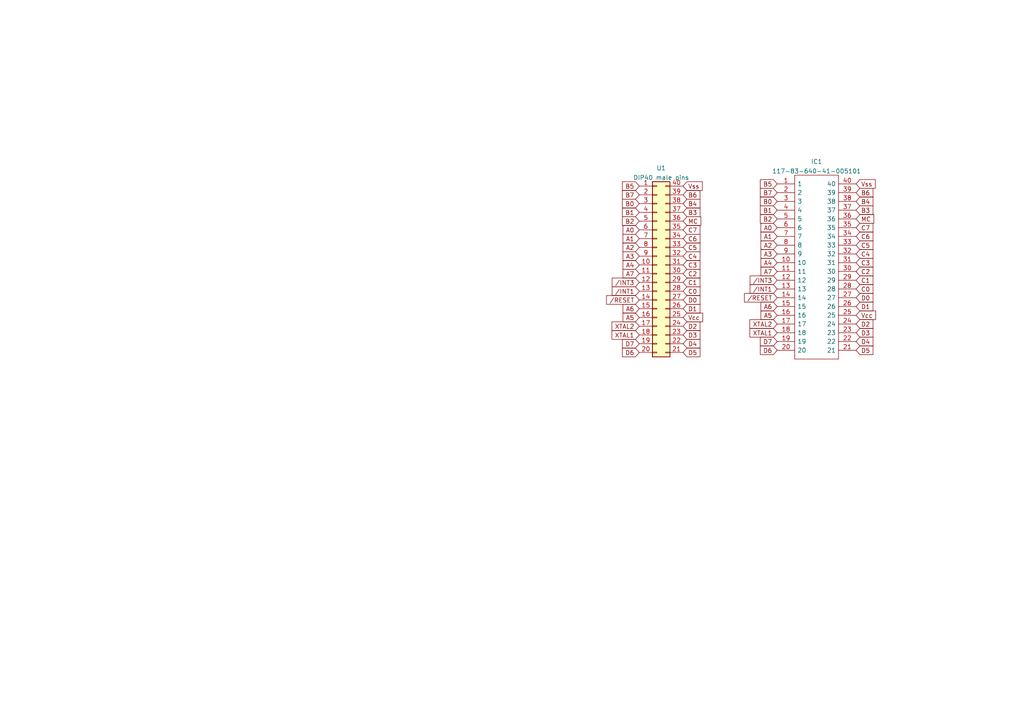
<source format=kicad_sch>
(kicad_sch (version 20211123) (generator eeschema)
  (paper "A4")
  (lib_symbols
    (symbol "Connector_Generic:Conn_02x20_Counter_Clockwise" (pin_names (offset 1.016) hide)
      (property "Reference" "J" (at 1.27 25.4 0))
      (property "Value" "Conn_02x20_Counter_Clockwise" (at 1.27 -27.94 0))
      (symbol "Conn_02x20_Counter_Clockwise_1_1"
        (rectangle (start -1.27 -25.273) (end 0 -25.527) (stroke (width 0.1524)))
        (rectangle (start -1.27 -22.733) (end 0 -22.987) (stroke (width 0.1524)))
        (rectangle (start -1.27 -20.193) (end 0 -20.447) (stroke (width 0.1524)))
        (rectangle (start -1.27 -17.653) (end 0 -17.907) (stroke (width 0.1524)))
        (rectangle (start -1.27 -15.113) (end 0 -15.367) (stroke (width 0.1524)))
        (rectangle (start -1.27 -12.573) (end 0 -12.827) (stroke (width 0.1524)))
        (rectangle (start -1.27 -10.033) (end 0 -10.287) (stroke (width 0.1524)))
        (rectangle (start -1.27 -7.493) (end 0 -7.747) (stroke (width 0.1524)))
        (rectangle (start -1.27 -4.953) (end 0 -5.207) (stroke (width 0.1524)))
        (rectangle (start -1.27 -2.413) (end 0 -2.667) (stroke (width 0.1524)))
        (rectangle (start -1.27 0.127) (end 0 -0.127) (stroke (width 0.1524)))
        (rectangle (start -1.27 2.667) (end 0 2.413) (stroke (width 0.1524)))
        (rectangle (start -1.27 5.207) (end 0 4.953) (stroke (width 0.1524)))
        (rectangle (start -1.27 7.747) (end 0 7.493) (stroke (width 0.1524)))
        (rectangle (start -1.27 10.287) (end 0 10.033) (stroke (width 0.1524)))
        (rectangle (start -1.27 12.827) (end 0 12.573) (stroke (width 0.1524)))
        (rectangle (start -1.27 15.367) (end 0 15.113) (stroke (width 0.1524)))
        (rectangle (start -1.27 17.907) (end 0 17.653) (stroke (width 0.1524)))
        (rectangle (start -1.27 20.447) (end 0 20.193) (stroke (width 0.1524)))
        (rectangle (start -1.27 22.987) (end 0 22.733) (stroke (width 0.1524)))
        (rectangle (start -1.27 24.13) (end 3.81 -26.67) (stroke (width 0.254)) (fill (type background)))
        (rectangle (start 3.81 -25.273) (end 2.54 -25.527) (stroke (width 0.1524)))
        (rectangle (start 3.81 -22.733) (end 2.54 -22.987) (stroke (width 0.1524)))
        (rectangle (start 3.81 -20.193) (end 2.54 -20.447) (stroke (width 0.1524)))
        (rectangle (start 3.81 -17.653) (end 2.54 -17.907) (stroke (width 0.1524)))
        (rectangle (start 3.81 -15.113) (end 2.54 -15.367) (stroke (width 0.1524)))
        (rectangle (start 3.81 -12.573) (end 2.54 -12.827) (stroke (width 0.1524)))
        (rectangle (start 3.81 -10.033) (end 2.54 -10.287) (stroke (width 0.1524)))
        (rectangle (start 3.81 -7.493) (end 2.54 -7.747) (stroke (width 0.1524)))
        (rectangle (start 3.81 -4.953) (end 2.54 -5.207) (stroke (width 0.1524)))
        (rectangle (start 3.81 -2.413) (end 2.54 -2.667) (stroke (width 0.1524)))
        (rectangle (start 3.81 0.127) (end 2.54 -0.127) (stroke (width 0.1524)))
        (rectangle (start 3.81 2.667) (end 2.54 2.413) (stroke (width 0.1524)))
        (rectangle (start 3.81 5.207) (end 2.54 4.953) (stroke (width 0.1524)))
        (rectangle (start 3.81 7.747) (end 2.54 7.493) (stroke (width 0.1524)))
        (rectangle (start 3.81 10.287) (end 2.54 10.033) (stroke (width 0.1524)))
        (rectangle (start 3.81 12.827) (end 2.54 12.573) (stroke (width 0.1524)))
        (rectangle (start 3.81 15.367) (end 2.54 15.113) (stroke (width 0.1524)))
        (rectangle (start 3.81 17.907) (end 2.54 17.653) (stroke (width 0.1524)))
        (rectangle (start 3.81 20.447) (end 2.54 20.193) (stroke (width 0.1524)))
        (rectangle (start 3.81 22.987) (end 2.54 22.733) (stroke (width 0.1524)))
        (pin passive line (at -5.08 22.86 0) (length 3.81) (name "Pin_1") (number "1"))
        (pin passive line (at -5.08 0 0) (length 3.81) (name "Pin_10") (number "10"))
        (pin passive line (at -5.08 -2.54 0) (length 3.81) (name "Pin_11") (number "11"))
        (pin passive line (at -5.08 -5.08 0) (length 3.81) (name "Pin_12") (number "12"))
        (pin passive line (at -5.08 -7.62 0) (length 3.81) (name "Pin_13") (number "13"))
        (pin passive line (at -5.08 -10.16 0) (length 3.81) (name "Pin_14") (number "14"))
        (pin passive line (at -5.08 -12.7 0) (length 3.81) (name "Pin_15") (number "15"))
        (pin passive line (at -5.08 -15.24 0) (length 3.81) (name "Pin_16") (number "16"))
        (pin passive line (at -5.08 -17.78 0) (length 3.81) (name "Pin_17") (number "17"))
        (pin passive line (at -5.08 -20.32 0) (length 3.81) (name "Pin_18") (number "18"))
        (pin passive line (at -5.08 -22.86 0) (length 3.81) (name "Pin_19") (number "19"))
        (pin passive line (at -5.08 20.32 0) (length 3.81) (name "Pin_2") (number "2"))
        (pin passive line (at -5.08 -25.4 0) (length 3.81) (name "Pin_20") (number "20"))
        (pin passive line (at 7.62 -25.4 180) (length 3.81) (name "Pin_21") (number "21"))
        (pin passive line (at 7.62 -22.86 180) (length 3.81) (name "Pin_22") (number "22"))
        (pin passive line (at 7.62 -20.32 180) (length 3.81) (name "Pin_23") (number "23"))
        (pin passive line (at 7.62 -17.78 180) (length 3.81) (name "Pin_24") (number "24"))
        (pin passive line (at 7.62 -15.24 180) (length 3.81) (name "Pin_25") (number "25"))
        (pin passive line (at 7.62 -12.7 180) (length 3.81) (name "Pin_26") (number "26"))
        (pin passive line (at 7.62 -10.16 180) (length 3.81) (name "Pin_27") (number "27"))
        (pin passive line (at 7.62 -7.62 180) (length 3.81) (name "Pin_28") (number "28"))
        (pin passive line (at 7.62 -5.08 180) (length 3.81) (name "Pin_29") (number "29"))
        (pin passive line (at -5.08 17.78 0) (length 3.81) (name "Pin_3") (number "3"))
        (pin passive line (at 7.62 -2.54 180) (length 3.81) (name "Pin_30") (number "30"))
        (pin passive line (at 7.62 0 180) (length 3.81) (name "Pin_31") (number "31"))
        (pin passive line (at 7.62 2.54 180) (length 3.81) (name "Pin_32") (number "32"))
        (pin passive line (at 7.62 5.08 180) (length 3.81) (name "Pin_33") (number "33"))
        (pin passive line (at 7.62 7.62 180) (length 3.81) (name "Pin_34") (number "34"))
        (pin passive line (at 7.62 10.16 180) (length 3.81) (name "Pin_35") (number "35"))
        (pin passive line (at 7.62 12.7 180) (length 3.81) (name "Pin_36") (number "36"))
        (pin passive line (at 7.62 15.24 180) (length 3.81) (name "Pin_37") (number "37"))
        (pin passive line (at 7.62 17.78 180) (length 3.81) (name "Pin_38") (number "38"))
        (pin passive line (at 7.62 20.32 180) (length 3.81) (name "Pin_39") (number "39"))
        (pin passive line (at -5.08 15.24 0) (length 3.81) (name "Pin_4") (number "4"))
        (pin passive line (at 7.62 22.86 180) (length 3.81) (name "Pin_40") (number "40"))
        (pin passive line (at -5.08 12.7 0) (length 3.81) (name "Pin_5") (number "5"))
        (pin passive line (at -5.08 10.16 0) (length 3.81) (name "Pin_6") (number "6"))
        (pin passive line (at -5.08 7.62 0) (length 3.81) (name "Pin_7") (number "7"))
        (pin passive line (at -5.08 5.08 0) (length 3.81) (name "Pin_8") (number "8"))
        (pin passive line (at -5.08 2.54 0) (length 3.81) (name "Pin_9") (number "9"))
      )
    )
    (symbol "Evan's misc parts:117-83-640-41-005101" (pin_names (offset 0.762))
      (property "Reference" "J" (at 19.05 7.62 0))
      (property "Value" "117-83-640-41-005101" (at 19.05 5.08 0))
      (symbol "117-83-640-41-005101_0_0"
        (pin passive line (at 0 0 0) (length 5.08) (name "1") (number "1"))
        (pin passive line (at 0 -22.86 0) (length 5.08) (name "10") (number "10"))
        (pin passive line (at 0 -25.4 0) (length 5.08) (name "11") (number "11"))
        (pin passive line (at 0 -27.94 0) (length 5.08) (name "12") (number "12"))
        (pin passive line (at 0 -30.48 0) (length 5.08) (name "13") (number "13"))
        (pin passive line (at 0 -33.02 0) (length 5.08) (name "14") (number "14"))
        (pin passive line (at 0 -35.56 0) (length 5.08) (name "15") (number "15"))
        (pin passive line (at 0 -38.1 0) (length 5.08) (name "16") (number "16"))
        (pin passive line (at 0 -40.64 0) (length 5.08) (name "17") (number "17"))
        (pin passive line (at 0 -43.18 0) (length 5.08) (name "18") (number "18"))
        (pin passive line (at 0 -45.72 0) (length 5.08) (name "19") (number "19"))
        (pin passive line (at 0 -2.54 0) (length 5.08) (name "2") (number "2"))
        (pin passive line (at 0 -48.26 0) (length 5.08) (name "20") (number "20"))
        (pin passive line (at 22.86 -48.26 180) (length 5.08) (name "21") (number "21"))
        (pin passive line (at 22.86 -45.72 180) (length 5.08) (name "22") (number "22"))
        (pin passive line (at 22.86 -43.18 180) (length 5.08) (name "23") (number "23"))
        (pin passive line (at 22.86 -40.64 180) (length 5.08) (name "24") (number "24"))
        (pin passive line (at 22.86 -38.1 180) (length 5.08) (name "25") (number "25"))
        (pin passive line (at 22.86 -35.56 180) (length 5.08) (name "26") (number "26"))
        (pin passive line (at 22.86 -33.02 180) (length 5.08) (name "27") (number "27"))
        (pin passive line (at 22.86 -30.48 180) (length 5.08) (name "28") (number "28"))
        (pin passive line (at 22.86 -27.94 180) (length 5.08) (name "29") (number "29"))
        (pin passive line (at 0 -5.08 0) (length 5.08) (name "3") (number "3"))
        (pin passive line (at 22.86 -25.4 180) (length 5.08) (name "30") (number "30"))
        (pin passive line (at 22.86 -22.86 180) (length 5.08) (name "31") (number "31"))
        (pin passive line (at 22.86 -20.32 180) (length 5.08) (name "32") (number "32"))
        (pin passive line (at 22.86 -17.78 180) (length 5.08) (name "33") (number "33"))
        (pin passive line (at 22.86 -15.24 180) (length 5.08) (name "34") (number "34"))
        (pin passive line (at 22.86 -12.7 180) (length 5.08) (name "35") (number "35"))
        (pin passive line (at 22.86 -10.16 180) (length 5.08) (name "36") (number "36"))
        (pin passive line (at 22.86 -7.62 180) (length 5.08) (name "37") (number "37"))
        (pin passive line (at 22.86 -5.08 180) (length 5.08) (name "38") (number "38"))
        (pin passive line (at 22.86 -2.54 180) (length 5.08) (name "39") (number "39"))
        (pin passive line (at 0 -7.62 0) (length 5.08) (name "4") (number "4"))
        (pin passive line (at 22.86 0 180) (length 5.08) (name "40") (number "40"))
        (pin passive line (at 0 -10.16 0) (length 5.08) (name "5") (number "5"))
        (pin passive line (at 0 -12.7 0) (length 5.08) (name "6") (number "6"))
        (pin passive line (at 0 -15.24 0) (length 5.08) (name "7") (number "7"))
        (pin passive line (at 0 -17.78 0) (length 5.08) (name "8") (number "8"))
        (pin passive line (at 0 -20.32 0) (length 5.08) (name "9") (number "9"))
      )
      (symbol "117-83-640-41-005101_0_1"
        (polyline (pts (xy 5.08 2.54) (xy 17.78 2.54) (xy 17.78 -50.8) (xy 5.08 -50.8) (xy 5.08 2.54)) (stroke (width 0.1524)))
      )
    )
  )
  (global_label "C3" (shape input) (at 248.285 76.2 0) (property "Intersheet References" "${INTERSHEET_REFS}" (effects hide)))
  (global_label "D3" (shape input) (at 198.12 97.155 0) (property "Intersheet References" "${INTERSHEET_REFS}" (effects hide)))
  (global_label "MC" (shape input) (at 248.285 63.5 0) (property "Intersheet References" "${INTERSHEET_REFS}" (effects hide)))
  (global_label "MC" (shape input) (at 198.12 64.135 0) (property "Intersheet References" "${INTERSHEET_REFS}" (effects hide)))
  (global_label "A6" (shape input) (at 185.42 89.535 180) (property "Intersheet References" "${INTERSHEET_REFS}" (effects hide)))
  (global_label "B5" (shape input) (at 185.42 53.975 180) (property "Intersheet References" "${INTERSHEET_REFS}" (effects hide)))
  (global_label "C5" (shape input) (at 248.285 71.12 0) (property "Intersheet References" "${INTERSHEET_REFS}" (effects hide)))
  (global_label "{slash}INT1" (shape input) (at 185.42 84.455 180) (property "Intersheet References" "${INTERSHEET_REFS}" (effects hide)))
  (global_label "D2" (shape input) (at 198.12 94.615 0) (property "Intersheet References" "${INTERSHEET_REFS}" (effects hide)))
  (global_label "D1" (shape input) (at 248.285 88.9 0) (property "Intersheet References" "${INTERSHEET_REFS}" (effects hide)))
  (global_label "D3" (shape input) (at 248.285 96.52 0) (property "Intersheet References" "${INTERSHEET_REFS}" (effects hide)))
  (global_label "C2" (shape input) (at 248.285 78.74 0) (property "Intersheet References" "${INTERSHEET_REFS}" (effects hide)))
  (global_label "{slash}RESET" (shape input) (at 225.425 86.36 180) (property "Intersheet References" "${INTERSHEET_REFS}" (effects hide)))
  (global_label "{slash}INT3" (shape input) (at 185.42 81.915 180) (property "Intersheet References" "${INTERSHEET_REFS}" (effects hide)))
  (global_label "XTAL2" (shape input) (at 185.42 94.615 180) (property "Intersheet References" "${INTERSHEET_REFS}" (effects hide)))
  (global_label "Vss" (shape input) (at 248.285 53.34 0) (property "Intersheet References" "${INTERSHEET_REFS}" (effects hide)))
  (global_label "B4" (shape input) (at 248.285 58.42 0) (property "Intersheet References" "${INTERSHEET_REFS}" (effects hide)))
  (global_label "C7" (shape input) (at 248.285 66.04 0) (property "Intersheet References" "${INTERSHEET_REFS}" (effects hide)))
  (global_label "XTAL1" (shape input) (at 185.42 97.155 180) (property "Intersheet References" "${INTERSHEET_REFS}" (effects hide)))
  (global_label "B5" (shape input) (at 225.425 53.34 180) (property "Intersheet References" "${INTERSHEET_REFS}" (effects hide)))
  (global_label "A0" (shape input) (at 185.42 66.675 180) (property "Intersheet References" "${INTERSHEET_REFS}" (effects hide)))
  (global_label "C1" (shape input) (at 198.12 81.915 0) (property "Intersheet References" "${INTERSHEET_REFS}" (effects hide)))
  (global_label "XTAL2" (shape input) (at 225.425 93.98 180) (property "Intersheet References" "${INTERSHEET_REFS}" (effects hide)))
  (global_label "C2" (shape input) (at 198.12 79.375 0) (property "Intersheet References" "${INTERSHEET_REFS}" (effects hide)))
  (global_label "B7" (shape input) (at 185.42 56.515 180) (property "Intersheet References" "${INTERSHEET_REFS}" (effects hide)))
  (global_label "D0" (shape input) (at 248.285 86.36 0) (property "Intersheet References" "${INTERSHEET_REFS}" (effects hide)))
  (global_label "B1" (shape input) (at 225.425 60.96 180) (property "Intersheet References" "${INTERSHEET_REFS}" (effects hide)))
  (global_label "Vss" (shape input) (at 198.12 53.975 0) (property "Intersheet References" "${INTERSHEET_REFS}" (effects hide)))
  (global_label "A4" (shape input) (at 225.425 76.2 180) (property "Intersheet References" "${INTERSHEET_REFS}" (effects hide)))
  (global_label "B2" (shape input) (at 225.425 63.5 180) (property "Intersheet References" "${INTERSHEET_REFS}" (effects hide)))
  (global_label "C1" (shape input) (at 248.285 81.28 0) (property "Intersheet References" "${INTERSHEET_REFS}" (effects hide)))
  (global_label "{slash}INT3" (shape input) (at 225.425 81.28 180) (property "Intersheet References" "${INTERSHEET_REFS}" (effects hide)))
  (global_label "D2" (shape input) (at 248.285 93.98 0) (property "Intersheet References" "${INTERSHEET_REFS}" (effects hide)))
  (global_label "D7" (shape input) (at 225.425 99.06 180) (property "Intersheet References" "${INTERSHEET_REFS}" (effects hide)))
  (global_label "D5" (shape input) (at 198.12 102.235 0) (property "Intersheet References" "${INTERSHEET_REFS}" (effects hide)))
  (global_label "D4" (shape input) (at 198.12 99.695 0) (property "Intersheet References" "${INTERSHEET_REFS}" (effects hide)))
  (global_label "C0" (shape input) (at 198.12 84.455 0) (property "Intersheet References" "${INTERSHEET_REFS}" (effects hide)))
  (global_label "B0" (shape input) (at 185.42 59.055 180) (property "Intersheet References" "${INTERSHEET_REFS}" (effects hide)))
  (global_label "A3" (shape input) (at 225.425 73.66 180) (property "Intersheet References" "${INTERSHEET_REFS}" (effects hide)))
  (global_label "D7" (shape input) (at 185.42 99.695 180) (property "Intersheet References" "${INTERSHEET_REFS}" (effects hide)))
  (global_label "C3" (shape input) (at 198.12 76.835 0) (property "Intersheet References" "${INTERSHEET_REFS}" (effects hide)))
  (global_label "Vcc" (shape input) (at 248.285 91.44 0) (property "Intersheet References" "${INTERSHEET_REFS}" (effects hide)))
  (global_label "{slash}INT1" (shape input) (at 225.425 83.82 180) (property "Intersheet References" "${INTERSHEET_REFS}" (effects hide)))
  (global_label "D6" (shape input) (at 185.42 102.235 180) (property "Intersheet References" "${INTERSHEET_REFS}" (effects hide)))
  (global_label "A1" (shape input) (at 185.42 69.215 180) (property "Intersheet References" "${INTERSHEET_REFS}" (effects hide)))
  (global_label "D5" (shape input) (at 248.285 101.6 0) (property "Intersheet References" "${INTERSHEET_REFS}" (effects hide)))
  (global_label "B3" (shape input) (at 248.285 60.96 0) (property "Intersheet References" "${INTERSHEET_REFS}" (effects hide)))
  (global_label "A2" (shape input) (at 185.42 71.755 180) (property "Intersheet References" "${INTERSHEET_REFS}" (effects hide)))
  (global_label "D4" (shape input) (at 248.285 99.06 0) (property "Intersheet References" "${INTERSHEET_REFS}" (effects hide)))
  (global_label "A2" (shape input) (at 225.425 71.12 180) (property "Intersheet References" "${INTERSHEET_REFS}" (effects hide)))
  (global_label "B2" (shape input) (at 185.42 64.135 180) (property "Intersheet References" "${INTERSHEET_REFS}" (effects hide)))
  (global_label "C6" (shape input) (at 198.12 69.215 0) (property "Intersheet References" "${INTERSHEET_REFS}" (effects hide)))
  (global_label "D1" (shape input) (at 198.12 89.535 0) (property "Intersheet References" "${INTERSHEET_REFS}" (effects hide)))
  (global_label "A4" (shape input) (at 185.42 76.835 180) (property "Intersheet References" "${INTERSHEET_REFS}" (effects hide)))
  (global_label "A0" (shape input) (at 225.425 66.04 180) (property "Intersheet References" "${INTERSHEET_REFS}" (effects hide)))
  (global_label "A6" (shape input) (at 225.425 88.9 180) (property "Intersheet References" "${INTERSHEET_REFS}" (effects hide)))
  (global_label "XTAL1" (shape input) (at 225.425 96.52 180) (property "Intersheet References" "${INTERSHEET_REFS}" (effects hide)))
  (global_label "A1" (shape input) (at 225.425 68.58 180) (property "Intersheet References" "${INTERSHEET_REFS}" (effects hide)))
  (global_label "A7" (shape input) (at 225.425 78.74 180) (property "Intersheet References" "${INTERSHEET_REFS}" (effects hide)))
  (global_label "C0" (shape input) (at 248.285 83.82 0) (property "Intersheet References" "${INTERSHEET_REFS}" (effects hide)))
  (global_label "A3" (shape input) (at 185.42 74.295 180) (property "Intersheet References" "${INTERSHEET_REFS}" (effects hide)))
  (global_label "A5" (shape input) (at 185.42 92.075 180) (property "Intersheet References" "${INTERSHEET_REFS}" (effects hide)))
  (global_label "Vcc" (shape input) (at 198.12 92.075 0) (property "Intersheet References" "${INTERSHEET_REFS}" (effects hide)))
  (global_label "D6" (shape input) (at 225.425 101.6 180) (property "Intersheet References" "${INTERSHEET_REFS}" (effects hide)))
  (global_label "B3" (shape input) (at 198.12 61.595 0) (property "Intersheet References" "${INTERSHEET_REFS}" (effects hide)))
  (global_label "C4" (shape input) (at 198.12 74.295 0) (property "Intersheet References" "${INTERSHEET_REFS}" (effects hide)))
  (global_label "C5" (shape input) (at 198.12 71.755 0) (property "Intersheet References" "${INTERSHEET_REFS}" (effects hide)))
  (global_label "B6" (shape input) (at 198.12 56.515 0) (property "Intersheet References" "${INTERSHEET_REFS}" (effects hide)))
  (global_label "B7" (shape input) (at 225.425 55.88 180) (property "Intersheet References" "${INTERSHEET_REFS}" (effects hide)))
  (global_label "B6" (shape input) (at 248.285 55.88 0) (property "Intersheet References" "${INTERSHEET_REFS}" (effects hide)))
  (global_label "{slash}RESET" (shape input) (at 185.42 86.995 180) (property "Intersheet References" "${INTERSHEET_REFS}" (effects hide)))
  (global_label "A7" (shape input) (at 185.42 79.375 180) (property "Intersheet References" "${INTERSHEET_REFS}" (effects hide)))
  (global_label "B4" (shape input) (at 198.12 59.055 0) (property "Intersheet References" "${INTERSHEET_REFS}" (effects hide)))
  (global_label "D0" (shape input) (at 198.12 86.995 0) (property "Intersheet References" "${INTERSHEET_REFS}" (effects hide)))
  (global_label "B0" (shape input) (at 225.425 58.42 180) (property "Intersheet References" "${INTERSHEET_REFS}" (effects hide)))
  (global_label "C4" (shape input) (at 248.285 73.66 0) (property "Intersheet References" "${INTERSHEET_REFS}" (effects hide)))
  (global_label "B1" (shape input) (at 185.42 61.595 180) (property "Intersheet References" "${INTERSHEET_REFS}" (effects hide)))
  (global_label "C7" (shape input) (at 198.12 66.675 0) (property "Intersheet References" "${INTERSHEET_REFS}" (effects hide)))
  (global_label "C6" (shape input) (at 248.285 68.58 0) (property "Intersheet References" "${INTERSHEET_REFS}" (effects hide)))
  (global_label "A5" (shape input) (at 225.425 91.44 180) (property "Intersheet References" "${INTERSHEET_REFS}" (effects hide)))
  (symbol (lib_id "Connector_Generic:Conn_02x20_Counter_Clockwise") (at 190.5 76.835 0) (unit 1)
    (property "Reference" "U1" (at 191.77 48.7385 0))
    (property "Value" "DIP40 male pins" (at 191.77 51.5136 0))
    (property "Footprint" "Package_DIP:DIP-40_W15.24mm" (effects hide))
  )
  (symbol (lib_id "Evan's misc parts:117-83-640-41-005101") (at 225.425 53.34 0) (unit 1)
    (property "Reference" "IC1" (at 236.855 46.8843 0))
    (property "Value" "117-83-640-41-005101" (at 236.855 49.6594 0))
    (property "Footprint" "DIPS1524W50P178L3580H420Q40N" (effects hide))
    (property "Datasheet" "http://www.mouser.com/datasheet/2/571/atalog-1104151.pdf" (effects hide))
    (property "Description" "IC & Component Sockets" (effects hide))
    (property "Height" "4.2" (effects hide))
    (property "Mouser Part Number" "437-1178364041005101" (effects hide))
    (property "Mouser Price/Stock" "https://www.mouser.com/Search/Refine.aspx?Keyword=437-1178364041005101" (effects hide))
    (property "Manufacturer_Name" "Preci-Dip" (effects hide))
    (property "Manufacturer_Part_Number" "117-83-640-41-005101" (effects hide))
  )
)
</source>
